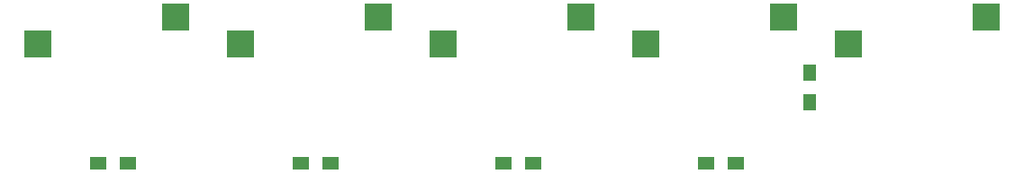
<source format=gbp>
%TF.GenerationSoftware,KiCad,Pcbnew,(5.1.10)-1*%
%TF.CreationDate,2021-09-26T12:02:48+01:00*%
%TF.ProjectId,piccolo,70696363-6f6c-46f2-9e6b-696361645f70,rev?*%
%TF.SameCoordinates,Original*%
%TF.FileFunction,Paste,Bot*%
%TF.FilePolarity,Positive*%
%FSLAX46Y46*%
G04 Gerber Fmt 4.6, Leading zero omitted, Abs format (unit mm)*
G04 Created by KiCad (PCBNEW (5.1.10)-1) date 2021-09-26 12:02:48*
%MOMM*%
%LPD*%
G01*
G04 APERTURE LIST*
%ADD10R,2.550000X2.500000*%
%ADD11R,1.200000X1.600000*%
%ADD12R,1.600000X1.200000*%
G04 APERTURE END LIST*
D10*
%TO.C,MX4*%
X159829500Y-44132500D03*
X146902500Y-46672500D03*
%TD*%
D11*
%TO.C,D5*%
X162306000Y-52203000D03*
X162306000Y-49403000D03*
%TD*%
D12*
%TO.C,D4*%
X152587500Y-57943750D03*
X155387500Y-57943750D03*
%TD*%
%TO.C,D3*%
X133537500Y-57943750D03*
X136337500Y-57943750D03*
%TD*%
%TO.C,D2*%
X114487500Y-57943750D03*
X117287500Y-57943750D03*
%TD*%
%TO.C,D1*%
X95437500Y-57943750D03*
X98237500Y-57943750D03*
%TD*%
D10*
%TO.C,MX5*%
X178879500Y-44132500D03*
X165952500Y-46672500D03*
%TD*%
%TO.C,MX3*%
X140779500Y-44132500D03*
X127852500Y-46672500D03*
%TD*%
%TO.C,MX2*%
X121729500Y-44132500D03*
X108802500Y-46672500D03*
%TD*%
%TO.C,MX1*%
X102679500Y-44132500D03*
X89752500Y-46672500D03*
%TD*%
M02*

</source>
